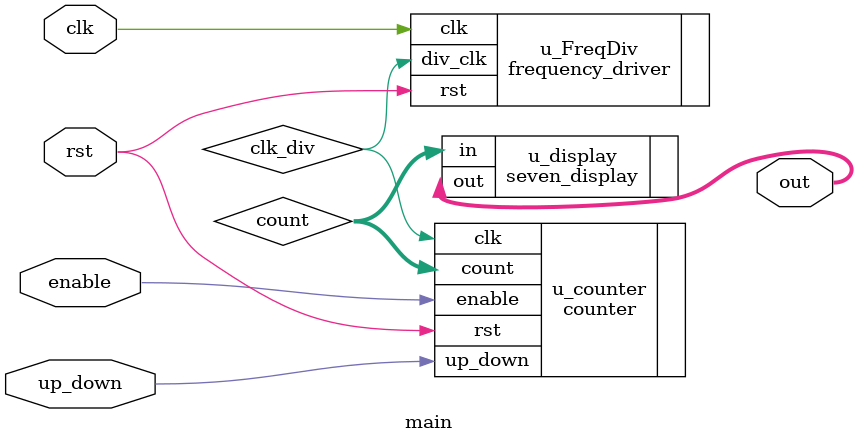
<source format=v>
module main(
    input clk,           // clock
    input rst,           // reset
    input up_down,       // up == 1, down == 0
    input enable,        // if enable == 0, count will stop
    output [6:0] out     // 七段顯示的輸出
);

wire clk_div;           // clock transfer from frequency_driver
wire [3:0] count;       // count

// frequency driver（50MHz → 1Hz）
frequency_driver u_FreqDiv (
    .clk(clk), 
    .rst(rst), 
    .div_clk(clk_div)
);

// counter
counter u_counter(
    .clk(clk_div), // 若使用 fpga 請轉換為 clk_div
    .rst(rst), 
    .up_down(up_down), 
    .enable(enable),
    .count(count)
);

// 七段顯示器
seven_display u_display(
    .in(count), 
    .out(out)
);

endmodule
</source>
